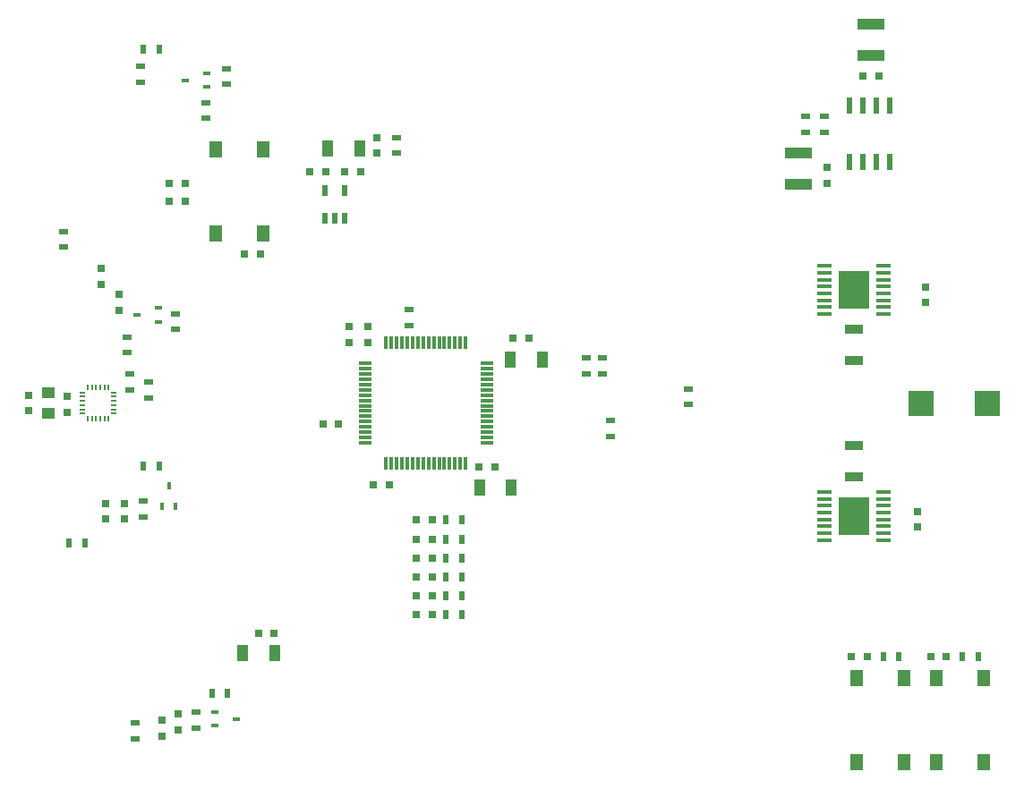
<source format=gtp>
G04 #@! TF.FileFunction,Paste,Top*
%FSLAX46Y46*%
G04 Gerber Fmt 4.6, Leading zero omitted, Abs format (unit mm)*
G04 Created by KiCad (PCBNEW 4.0.7) date 03/07/18 23:31:53*
%MOMM*%
%LPD*%
G01*
G04 APERTURE LIST*
%ADD10C,0.100000*%
%ADD11R,1.300000X1.550000*%
%ADD12R,1.700000X0.900000*%
%ADD13R,1.000000X1.600000*%
%ADD14R,0.500000X0.900000*%
%ADD15R,0.900000X0.500000*%
%ADD16R,0.797560X0.797560*%
%ADD17R,0.230000X0.600000*%
%ADD18R,0.600000X0.230000*%
%ADD19R,0.300000X1.200000*%
%ADD20R,1.200000X0.300000*%
%ADD21R,2.370000X2.430000*%
%ADD22R,0.800000X0.750000*%
%ADD23R,0.750000X0.800000*%
%ADD24R,1.473200X0.355600*%
%ADD25R,2.946400X3.581400*%
%ADD26R,1.250000X1.000000*%
%ADD27R,2.500000X1.000000*%
%ADD28R,0.550000X1.000000*%
%ADD29R,0.550000X1.500000*%
%ADD30R,0.700000X0.450000*%
%ADD31R,0.450000X0.700000*%
G04 APERTURE END LIST*
D10*
G36*
X221871600Y-81001800D02*
X221871600Y-79401600D01*
X220601600Y-79401600D01*
X220601600Y-81001800D01*
X221871600Y-81001800D01*
G37*
G36*
X221871600Y-79198400D02*
X221871600Y-77598200D01*
X220601600Y-77598200D01*
X220601600Y-79198400D01*
X221871600Y-79198400D01*
G37*
G36*
X220398400Y-81001800D02*
X220398400Y-79401600D01*
X219128400Y-79401600D01*
X219128400Y-81001800D01*
X220398400Y-81001800D01*
G37*
G36*
X220398400Y-79198400D02*
X220398400Y-77598200D01*
X219128400Y-77598200D01*
X219128400Y-79198400D01*
X220398400Y-79198400D01*
G37*
G36*
X219128400Y-98998200D02*
X219128400Y-100598400D01*
X220398400Y-100598400D01*
X220398400Y-98998200D01*
X219128400Y-98998200D01*
G37*
G36*
X219128400Y-100801600D02*
X219128400Y-102401800D01*
X220398400Y-102401800D01*
X220398400Y-100801600D01*
X219128400Y-100801600D01*
G37*
G36*
X220601600Y-98998200D02*
X220601600Y-100598400D01*
X221871600Y-100598400D01*
X221871600Y-98998200D01*
X220601600Y-98998200D01*
G37*
G36*
X220601600Y-100801600D02*
X220601600Y-102401800D01*
X221871600Y-102401800D01*
X221871600Y-100801600D01*
X220601600Y-100801600D01*
G37*
D11*
X225250000Y-123975000D03*
X220750000Y-123975000D03*
X220750000Y-116025000D03*
X225250000Y-116025000D03*
D12*
X220500000Y-85950000D03*
X220500000Y-83050000D03*
X220500000Y-94050000D03*
X220500000Y-96950000D03*
D13*
X187984000Y-85852000D03*
X190984000Y-85852000D03*
X188100000Y-98000000D03*
X185100000Y-98000000D03*
X165700000Y-113700000D03*
X162700000Y-113700000D03*
X170712000Y-65913000D03*
X173712000Y-65913000D03*
D14*
X183399000Y-101085000D03*
X181899000Y-101085000D03*
X183399000Y-102885000D03*
X181899000Y-102885000D03*
X183399000Y-104685000D03*
X181899000Y-104685000D03*
D15*
X215900000Y-62877000D03*
X215900000Y-64377000D03*
X217678000Y-64377000D03*
X217678000Y-62877000D03*
X177200000Y-66350000D03*
X177200000Y-64850000D03*
D14*
X230750000Y-114000000D03*
X232250000Y-114000000D03*
X223250000Y-114000000D03*
X224750000Y-114000000D03*
D15*
X204800000Y-90150000D03*
X204800000Y-88650000D03*
X197500000Y-93150000D03*
X197500000Y-91650000D03*
X152000000Y-87250000D03*
X152000000Y-88750000D03*
X153750000Y-88000000D03*
X153750000Y-89500000D03*
X178400000Y-81150000D03*
X178400000Y-82650000D03*
D14*
X183399000Y-106485000D03*
X181899000Y-106485000D03*
X154750000Y-56500000D03*
X153250000Y-56500000D03*
D16*
X180598300Y-106485000D03*
X179099700Y-106485000D03*
X180598300Y-102885000D03*
X179099700Y-102885000D03*
X180598300Y-104685000D03*
X179099700Y-104685000D03*
X175400000Y-64850700D03*
X175400000Y-66349300D03*
X180598300Y-101085000D03*
X179099700Y-101085000D03*
D17*
X150000000Y-88500000D03*
X149600000Y-88500000D03*
X149200000Y-88500000D03*
X148800000Y-88500000D03*
X148400000Y-88500000D03*
X148000000Y-88500000D03*
D18*
X147500000Y-89000000D03*
X147500000Y-89400000D03*
X147500000Y-89800000D03*
X147500000Y-90200000D03*
X147500000Y-90600000D03*
X147500000Y-91000000D03*
D17*
X148000000Y-91500000D03*
X148400000Y-91500000D03*
X148800000Y-91500000D03*
X149200000Y-91500000D03*
X149600000Y-91500000D03*
X150000000Y-91500000D03*
D18*
X150500000Y-91000000D03*
X150500000Y-90600000D03*
X150500000Y-90200000D03*
X150500000Y-89800000D03*
X150500000Y-89400000D03*
X150500000Y-89000000D03*
D19*
X178249937Y-84249937D03*
D20*
X174249937Y-89249937D03*
X174249937Y-92749938D03*
X174249937Y-93249938D03*
X174249937Y-93749938D03*
D19*
X176249937Y-95749938D03*
X177749937Y-95749938D03*
X178249937Y-95749938D03*
X178749937Y-95749938D03*
X179249937Y-95749938D03*
D20*
X185749938Y-89749937D03*
X185749938Y-89249937D03*
X185749938Y-88749937D03*
X185749938Y-88249937D03*
X185749938Y-87749937D03*
X185749938Y-87249937D03*
D19*
X183749938Y-84249937D03*
X183249938Y-84249937D03*
X180749938Y-95749938D03*
X181249938Y-95749938D03*
X181749938Y-95749938D03*
X180749938Y-84249937D03*
X180249938Y-84249937D03*
X179749937Y-84249937D03*
X179249937Y-84249937D03*
X178749937Y-84249937D03*
X177749937Y-84249937D03*
X177249937Y-84249937D03*
X182249938Y-95749938D03*
X182749938Y-95749938D03*
D20*
X185749938Y-93749938D03*
X185749938Y-93249938D03*
X185749938Y-92749938D03*
X185749938Y-92249938D03*
X174249937Y-89749937D03*
X174249937Y-90249938D03*
X174249937Y-90749938D03*
X174249937Y-91249938D03*
D19*
X179749937Y-95749938D03*
X180249938Y-95749938D03*
D20*
X185749938Y-91749938D03*
X185749938Y-91249938D03*
X185749938Y-90749938D03*
X185749938Y-90249938D03*
D19*
X182749938Y-84249937D03*
X182249938Y-84249937D03*
X181749938Y-84249937D03*
D20*
X174249937Y-86749937D03*
X174249937Y-87249937D03*
X174249937Y-87749937D03*
D19*
X181249938Y-84249937D03*
D20*
X174249937Y-88249937D03*
X174249937Y-88749937D03*
X174249937Y-86249937D03*
D19*
X183249938Y-95749938D03*
D20*
X185749938Y-86749937D03*
X174249937Y-92249938D03*
D19*
X177249937Y-95749938D03*
X183749938Y-95749938D03*
D20*
X185749938Y-86249937D03*
D19*
X176249937Y-84249937D03*
D20*
X174249937Y-91749938D03*
D19*
X176749937Y-95749938D03*
X176749937Y-84249937D03*
D11*
X164650000Y-73975000D03*
X160150000Y-73975000D03*
X160150000Y-66025000D03*
X164650000Y-66025000D03*
X232750000Y-123975000D03*
X228250000Y-123975000D03*
X228250000Y-116025000D03*
X232750000Y-116025000D03*
D21*
X226880000Y-90000000D03*
X233120000Y-90000000D03*
D22*
X172351000Y-68072000D03*
X173851000Y-68072000D03*
X170549000Y-68072000D03*
X169049000Y-68072000D03*
D23*
X217932000Y-67703000D03*
X217932000Y-69203000D03*
D22*
X165650000Y-111800000D03*
X164150000Y-111800000D03*
D23*
X146100000Y-90850000D03*
X146100000Y-89350000D03*
X142400000Y-90750000D03*
X142400000Y-89250000D03*
X226500000Y-100250000D03*
X226500000Y-101750000D03*
X227250000Y-80500000D03*
X227250000Y-79000000D03*
D22*
X162850000Y-75900000D03*
X164350000Y-75900000D03*
X171750000Y-92000000D03*
X170250000Y-92000000D03*
D23*
X174500000Y-82750000D03*
X174500000Y-84250000D03*
X172750000Y-84250000D03*
X172750000Y-82750000D03*
D22*
X175050000Y-97700000D03*
X176550000Y-97700000D03*
X186551000Y-96012000D03*
X185051000Y-96012000D03*
X188226000Y-83820000D03*
X189726000Y-83820000D03*
X221373000Y-59055000D03*
X222873000Y-59055000D03*
D24*
X223319400Y-81575840D03*
X223319400Y-80925600D03*
X223319400Y-80275359D03*
X223319400Y-79625119D03*
X223319400Y-78974881D03*
X223319400Y-78324641D03*
X223319400Y-77674400D03*
X223319400Y-77024160D03*
X217680600Y-77024160D03*
X217680600Y-77674400D03*
X217680600Y-78324641D03*
X217680600Y-78974881D03*
X217680600Y-79625119D03*
X217680600Y-80275359D03*
X217680600Y-80925600D03*
X217680600Y-81575840D03*
D25*
X220500000Y-79300000D03*
D24*
X217680600Y-98424160D03*
X217680600Y-99074400D03*
X217680600Y-99724641D03*
X217680600Y-100374881D03*
X217680600Y-101025119D03*
X217680600Y-101675359D03*
X217680600Y-102325600D03*
X217680600Y-102975840D03*
X223319400Y-102975840D03*
X223319400Y-102325600D03*
X223319400Y-101675359D03*
X223319400Y-101025119D03*
X223319400Y-100374881D03*
X223319400Y-99724641D03*
X223319400Y-99074400D03*
X223319400Y-98424160D03*
D25*
X220500000Y-100700000D03*
D26*
X144300000Y-91000000D03*
X144300000Y-89000000D03*
D27*
X222123000Y-54126000D03*
X222123000Y-57126000D03*
X215265000Y-66318000D03*
X215265000Y-69318000D03*
D28*
X172349938Y-72550063D03*
X171399937Y-72550063D03*
X170449937Y-72550063D03*
X172349938Y-69850062D03*
X170449937Y-69850062D03*
D29*
X222631063Y-61815937D03*
X222631063Y-67215938D03*
X223901063Y-61815937D03*
X221361062Y-61815937D03*
X220091062Y-61815937D03*
X221361062Y-67215938D03*
X220091062Y-67215938D03*
X223901063Y-67215938D03*
D30*
X160036000Y-119238000D03*
X160036000Y-120538000D03*
X162036000Y-119888000D03*
D31*
X155052000Y-99806000D03*
X156352000Y-99806000D03*
X155702000Y-97806000D03*
D30*
X154670000Y-82311000D03*
X154670000Y-81011000D03*
X152670000Y-81661000D03*
X159242000Y-60086000D03*
X159242000Y-58786000D03*
X157242000Y-59436000D03*
D15*
X153000000Y-59650000D03*
X153000000Y-58150000D03*
X145750000Y-75250000D03*
X145750000Y-73750000D03*
D14*
X146250000Y-103250000D03*
X147750000Y-103250000D03*
D15*
X152500000Y-120250000D03*
X152500000Y-121750000D03*
X159200000Y-63050000D03*
X159200000Y-61550000D03*
X161100000Y-59850000D03*
X161100000Y-58350000D03*
X151750000Y-85250000D03*
X151750000Y-83750000D03*
X156337000Y-83046000D03*
X156337000Y-81546000D03*
D14*
X153250000Y-96000000D03*
X154750000Y-96000000D03*
D15*
X153250000Y-99250000D03*
X153250000Y-100750000D03*
D14*
X159750000Y-117500000D03*
X161250000Y-117500000D03*
D15*
X158250000Y-119250000D03*
X158250000Y-120750000D03*
D22*
X229250000Y-114000000D03*
X227750000Y-114000000D03*
X221750000Y-114000000D03*
X220250000Y-114000000D03*
X155750000Y-70900000D03*
X157250000Y-70900000D03*
X155750000Y-69250000D03*
X157250000Y-69250000D03*
D23*
X151000000Y-81250000D03*
X151000000Y-79750000D03*
X149250000Y-78750000D03*
X149250000Y-77250000D03*
X151500000Y-99500000D03*
X151500000Y-101000000D03*
X149750000Y-99500000D03*
X149750000Y-101000000D03*
X156600000Y-119400000D03*
X156600000Y-120900000D03*
X155000000Y-120000000D03*
X155000000Y-121500000D03*
D16*
X180581300Y-108204000D03*
X179082700Y-108204000D03*
X180581300Y-109982000D03*
X179082700Y-109982000D03*
D14*
X183376000Y-108204000D03*
X181876000Y-108204000D03*
X183376000Y-109982000D03*
X181876000Y-109982000D03*
D15*
X196723000Y-87237000D03*
X196723000Y-85737000D03*
X195199000Y-87237000D03*
X195199000Y-85737000D03*
M02*

</source>
